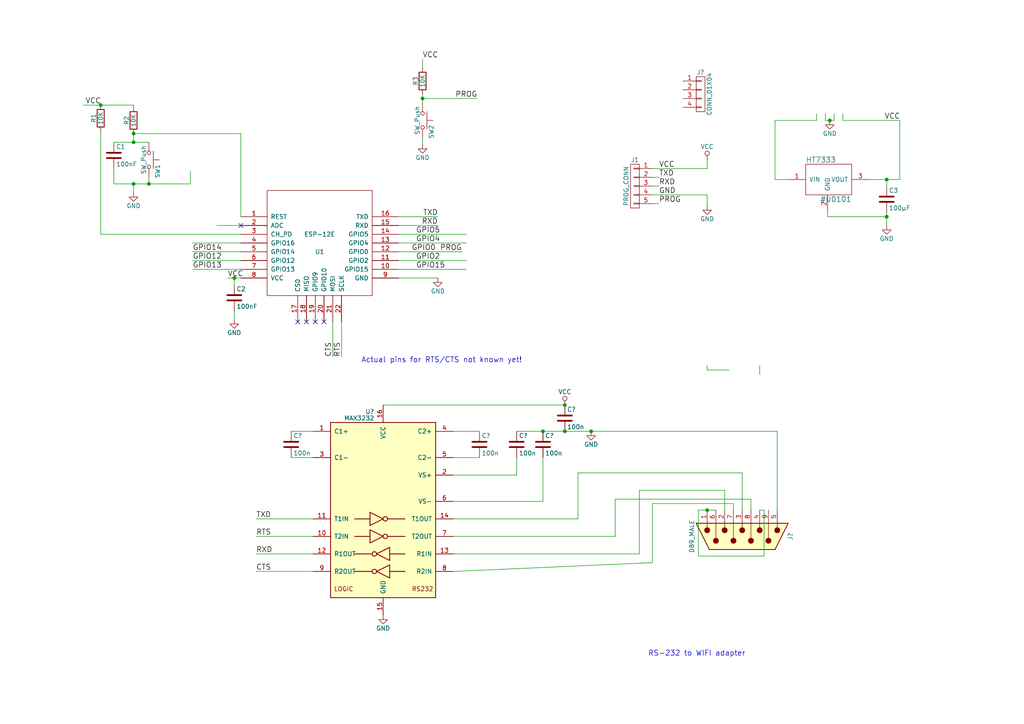
<source format=kicad_sch>
(kicad_sch (version 20230121) (generator eeschema)
  (paper "A4")
  (lib_symbols
    (symbol "ESP-RS232-rescue:C" (pin_numbers hide) (pin_names (offset 0.254))
      (property "Reference" "C" (at 0.635 2.54 0))
      (property "Value" "C" (at 0.635 -2.54 0))
      (symbol "C_0_1"
        (polyline (pts (xy -2.032 -0.762) (xy 2.032 -0.762)) (stroke (width 0.508)))
        (polyline (pts (xy -2.032 0.762) (xy 2.032 0.762)) (stroke (width 0.508)))
      )
      (symbol "C_1_1"
        (pin passive line (at 0 3.81 270) (length 2.794) (name "~") (number "1"))
        (pin passive line (at 0 -3.81 90) (length 2.794) (name "~") (number "2"))
      )
    )
    (symbol "ESP-RS232-rescue:CONN_01X04" (pin_names (offset 1.016) hide)
      (property "Reference" "J" (at 0 6.35 0))
      (property "Value" "CONN_01X04" (at 2.54 0 90))
      (symbol "CONN_01X04_0_1"
        (rectangle (start -1.27 -3.683) (end 0.254 -3.937))
        (rectangle (start -1.27 -1.143) (end 0.254 -1.397))
        (rectangle (start -1.27 1.397) (end 0.254 1.143))
        (rectangle (start -1.27 3.937) (end 0.254 3.683))
        (rectangle (start -1.27 5.08) (end 1.27 -5.08))
      )
      (symbol "CONN_01X04_1_1"
        (pin power_out line (at -5.08 3.81 0) (length 3.81) (name "P1") (number "1"))
        (pin passive line (at -5.08 1.27 0) (length 3.81) (name "P2") (number "2"))
        (pin passive line (at -5.08 -1.27 0) (length 3.81) (name "P3") (number "3"))
        (pin passive line (at -5.08 -3.81 0) (length 3.81) (name "P4") (number "4"))
      )
    )
    (symbol "ESP-RS232-rescue:DB9_MALE" (pin_names (offset 1.016) hide)
      (property "Reference" "J" (at 0 13.97 0))
      (property "Value" "DB9_MALE" (at 0 -14.605 0))
      (symbol "DB9_MALE_0_1"
        (circle (center -1.778 -10.16) (radius 0.762) (fill (type outline)))
        (circle (center -1.778 -5.08) (radius 0.762) (fill (type outline)))
        (circle (center -1.778 0) (radius 0.762) (fill (type outline)))
        (circle (center -1.778 5.08) (radius 0.762) (fill (type outline)))
        (circle (center -1.778 10.16) (radius 0.762) (fill (type outline)))
        (polyline (pts (xy -3.81 -10.16) (xy -2.54 -10.16)))
        (polyline (pts (xy -3.81 -7.62) (xy 0.508 -7.62)))
        (polyline (pts (xy -3.81 -5.08) (xy -2.54 -5.08)))
        (polyline (pts (xy -3.81 -2.54) (xy 0.508 -2.54)))
        (polyline (pts (xy -3.81 0) (xy -2.54 0)))
        (polyline (pts (xy -3.81 2.54) (xy 0.508 2.54)))
        (polyline (pts (xy -3.81 5.08) (xy -2.54 5.08)))
        (polyline (pts (xy -3.81 7.62) (xy 0.508 7.62)))
        (polyline (pts (xy -3.81 10.16) (xy -2.54 10.16)))
        (polyline (pts (xy -3.81 -13.335) (xy -3.81 13.335) (xy 3.81 9.525) (xy 3.81 -9.525) (xy -3.81 -13.335)) (stroke (width 0.254)) (fill (type background)))
        (circle (center 1.27 -7.62) (radius 0.762) (fill (type outline)))
        (circle (center 1.27 -2.54) (radius 0.762) (fill (type outline)))
        (circle (center 1.27 2.54) (radius 0.762) (fill (type outline)))
        (circle (center 1.27 7.62) (radius 0.762) (fill (type outline)))
      )
      (symbol "DB9_MALE_1_1"
        (pin passive line (at -7.62 -10.16 0) (length 3.81) (name "1") (number "1"))
        (pin passive line (at -7.62 -5.08 0) (length 3.81) (name "2") (number "2"))
        (pin passive line (at -7.62 0 0) (length 3.81) (name "3") (number "3"))
        (pin passive line (at -7.62 5.08 0) (length 3.81) (name "4") (number "4"))
        (pin passive line (at -7.62 10.16 0) (length 3.81) (name "5") (number "5"))
        (pin passive line (at -7.62 -7.62 0) (length 3.81) (name "6") (number "6"))
        (pin passive line (at -7.62 -2.54 0) (length 3.81) (name "7") (number "7"))
        (pin passive line (at -7.62 2.54 0) (length 3.81) (name "8") (number "8"))
        (pin passive line (at -7.62 7.62 0) (length 3.81) (name "9") (number "9"))
      )
    )
    (symbol "ESP-RS232-rescue:GND" (power) (pin_names (offset 0))
      (property "Value" "GND" (at 0 -3.81 0))
      (symbol "GND_0_1"
        (polyline (pts (xy 0 0) (xy 0 -1.27) (xy 1.27 -1.27) (xy 0 -2.54) (xy -1.27 -1.27) (xy 0 -1.27)))
      )
      (symbol "GND_1_1"
        (pin power_in line (at 0 0 270) (length 0) hide (name "GND") (number "1"))
      )
    )
    (symbol "ESP-RS232-rescue:MAX3232" (pin_names (offset 1.016))
      (property "Reference" "U" (at -2.54 28.575 0))
      (property "Value" "MAX3232" (at -2.54 26.67 0))
      (symbol "MAX3232_0_0"
        (text "LOGIC" (at -11.43 -22.86 0) (effects (font (size 1.27 1.27))))
        (text "RS232" (at 11.43 -22.86 0) (effects (font (size 1.27 1.27))))
      )
      (symbol "MAX3232_0_1"
        (rectangle (start -15.24 -25.4) (end 15.24 25.4) (stroke (width 0.254)) (fill (type background)))
        (circle (center -2.54 -17.78) (radius 0.635) (stroke (width 0.254)))
        (circle (center -2.54 -12.7) (radius 0.635) (stroke (width 0.254)))
        (polyline (pts (xy -3.81 -7.62) (xy -8.255 -7.62)) (stroke (width 0.254)))
        (polyline (pts (xy -3.81 -2.54) (xy -8.255 -2.54)) (stroke (width 0.254)))
        (polyline (pts (xy -3.175 -17.78) (xy -8.255 -17.78)) (stroke (width 0.254)))
        (polyline (pts (xy -3.175 -12.7) (xy -8.255 -12.7)) (stroke (width 0.254)))
        (polyline (pts (xy 1.27 -7.62) (xy 6.35 -7.62)) (stroke (width 0.254)))
        (polyline (pts (xy 1.27 -2.54) (xy 6.35 -2.54)) (stroke (width 0.254)))
        (polyline (pts (xy 1.905 -17.78) (xy 6.35 -17.78)) (stroke (width 0.254)))
        (polyline (pts (xy 1.905 -12.7) (xy 6.35 -12.7)) (stroke (width 0.254)))
        (polyline (pts (xy -3.81 -5.715) (xy -3.81 -9.525) (xy 0 -7.62) (xy -3.81 -5.715)) (stroke (width 0.254)))
        (polyline (pts (xy -3.81 -0.635) (xy -3.81 -4.445) (xy 0 -2.54) (xy -3.81 -0.635)) (stroke (width 0.254)))
        (polyline (pts (xy 1.905 -15.875) (xy 1.905 -19.685) (xy -1.905 -17.78) (xy 1.905 -15.875)) (stroke (width 0.254)))
        (polyline (pts (xy 1.905 -10.795) (xy 1.905 -14.605) (xy -1.905 -12.7) (xy 1.905 -10.795)) (stroke (width 0.254)))
        (circle (center 0.635 -7.62) (radius 0.635) (stroke (width 0.254)))
        (circle (center 0.635 -2.54) (radius 0.635) (stroke (width 0.254)))
      )
      (symbol "MAX3232_1_1"
        (pin passive line (at -20.32 22.86 0) (length 5.08) (name "C1+") (number "1"))
        (pin input line (at -20.32 -7.62 0) (length 5.08) (name "T2IN") (number "10"))
        (pin input line (at -20.32 -2.54 0) (length 5.08) (name "T1IN") (number "11"))
        (pin output line (at -20.32 -12.7 0) (length 5.08) (name "R1OUT") (number "12"))
        (pin input line (at 20.32 -12.7 180) (length 5.08) (name "R1IN") (number "13"))
        (pin output line (at 20.32 -2.54 180) (length 5.08) (name "T1OUT") (number "14"))
        (pin power_in line (at 0 -30.48 90) (length 5.08) (name "GND") (number "15"))
        (pin power_in line (at 0 30.48 270) (length 5.08) (name "VCC") (number "16"))
        (pin power_out line (at 20.32 10.16 180) (length 5.08) (name "VS+") (number "2"))
        (pin passive line (at -20.32 15.24 0) (length 5.08) (name "C1-") (number "3"))
        (pin passive line (at 20.32 22.86 180) (length 5.08) (name "C2+") (number "4"))
        (pin passive line (at 20.32 15.24 180) (length 5.08) (name "C2-") (number "5"))
        (pin power_out line (at 20.32 2.54 180) (length 5.08) (name "VS-") (number "6"))
        (pin output line (at 20.32 -7.62 180) (length 5.08) (name "T2OUT") (number "7"))
        (pin input line (at 20.32 -17.78 180) (length 5.08) (name "R2IN") (number "8"))
        (pin output line (at -20.32 -17.78 0) (length 5.08) (name "R2OUT") (number "9"))
      )
    )
    (symbol "ESP-RS232-rescue:R" (pin_numbers hide) (pin_names (offset 0))
      (property "Reference" "R" (at 2.032 0 90))
      (property "Value" "R" (at 0 0 90))
      (symbol "R_0_1"
        (rectangle (start -1.016 -2.54) (end 1.016 2.54) (stroke (width 0.254)))
      )
      (symbol "R_1_1"
        (pin passive line (at 0 3.81 270) (length 1.27) (name "~") (number "1"))
        (pin passive line (at 0 -3.81 90) (length 1.27) (name "~") (number "2"))
      )
    )
    (symbol "ESP-RS232-rescue:SW_Push" (pin_numbers hide) (pin_names (offset 1.016) hide)
      (property "Reference" "SW" (at 1.27 2.54 0))
      (property "Value" "SW_Push" (at 0 -1.524 0))
      (symbol "SW_Push_0_1"
        (circle (center -2.032 0) (radius 0.508))
        (polyline (pts (xy 0 1.27) (xy 0 3.048)))
        (polyline (pts (xy 2.54 1.27) (xy -2.54 1.27)))
        (circle (center 2.032 0) (radius 0.508))
        (pin passive line (at -5.08 0 0) (length 2.54) (name "1") (number "1"))
        (pin passive line (at 5.08 0 180) (length 2.54) (name "2") (number "2"))
      )
    )
    (symbol "ESP-RS232-rescue:VCC" (power) (pin_names (offset 0))
      (property "Value" "VCC" (at 0 3.81 0))
      (symbol "VCC_0_1"
        (polyline (pts (xy 0 0) (xy 0 1.27)))
        (circle (center 0 1.905) (radius 0.635))
      )
      (symbol "VCC_1_1"
        (pin power_in line (at 0 0 90) (length 0) hide (name "VCC") (number "1"))
      )
    )
    (symbol "ESP-RS232:HT7333" (power) (pin_names (offset 1.016))
      (property "Reference" "U" (at 6.985 -5.715 0))
      (property "Value" "HT7333" (at -1.905 5.715 0))
      (symbol "HT7333_0_1"
        (rectangle (start -6.35 4.445) (end 6.985 -4.445))
      )
      (symbol "HT7333_1_1"
        (pin power_in line (at -11.43 0 0) (length 5.08) (name "VIN") (number "1"))
        (pin passive line (at 0 -9.525 90) (length 5.08) (name "GND") (number "2"))
        (pin power_out line (at 12.065 0 180) (length 5.08) (name "VOUT") (number "3"))
      )
    )
    (symbol "ESP-RS232:PROG_CONN" (pin_names (offset 1.016) hide)
      (property "Reference" "J" (at 0 7.62 0))
      (property "Value" "PROG_CONN" (at 2.54 0 90))
      (symbol "PROG_CONN_0_1"
        (rectangle (start -1.27 -4.953) (end 0.254 -5.207))
        (rectangle (start -1.27 -2.413) (end 0.254 -2.667))
        (rectangle (start -1.27 0.127) (end 0.254 -0.127))
        (rectangle (start -1.27 2.667) (end 0.254 2.413))
        (rectangle (start -1.27 5.207) (end 0.254 4.953))
        (rectangle (start -1.27 6.35) (end 1.27 -6.35))
      )
      (symbol "PROG_CONN_1_1"
        (pin passive line (at -5.08 5.08 0) (length 3.81) (name "P1") (number "1"))
        (pin input line (at -5.08 2.54 0) (length 3.81) (name "P2") (number "2"))
        (pin output line (at -5.08 0 0) (length 3.81) (name "P3") (number "3"))
        (pin power_out line (at -5.08 -2.54 0) (length 3.81) (name "P4") (number "4"))
        (pin passive line (at -5.08 -5.08 0) (length 3.81) (name "P5") (number "5"))
      )
    )
    (symbol "ESP8266:ESP-12E" (pin_names (offset 1.016))
      (property "Reference" "U" (at 0 -2.54 0))
      (property "Value" "ESP-12E" (at 0 2.54 0))
      (symbol "ESP-12E_1_0"
        (rectangle (start -15.24 -15.24) (end 15.24 15.24))
      )
      (symbol "ESP-12E_1_1"
        (pin input line (at -22.86 7.62 0) (length 7.62) (name "REST") (number "1"))
        (pin bidirectional line (at 22.86 -7.62 180) (length 7.62) (name "GPIO15") (number "10"))
        (pin bidirectional line (at 22.86 -5.08 180) (length 7.62) (name "GPIO2") (number "11"))
        (pin bidirectional line (at 22.86 -2.54 180) (length 7.62) (name "GPIO0") (number "12"))
        (pin bidirectional line (at 22.86 0 180) (length 7.62) (name "GPIO4") (number "13"))
        (pin bidirectional line (at 22.86 2.54 180) (length 7.62) (name "GPIO5") (number "14"))
        (pin input line (at 22.86 5.08 180) (length 7.62) (name "RXD") (number "15"))
        (pin output line (at 22.86 7.62 180) (length 7.62) (name "TXD") (number "16"))
        (pin bidirectional line (at -6.35 -22.86 90) (length 7.62) (name "CS0") (number "17"))
        (pin bidirectional line (at -3.81 -22.86 90) (length 7.62) (name "MISO") (number "18"))
        (pin bidirectional line (at -1.27 -22.86 90) (length 7.62) (name "GPIO9") (number "19"))
        (pin passive line (at -22.86 5.08 0) (length 7.62) (name "ADC") (number "2"))
        (pin bidirectional line (at 1.27 -22.86 90) (length 7.62) (name "GPIO10") (number "20"))
        (pin bidirectional line (at 3.81 -22.86 90) (length 7.62) (name "MOSI") (number "21"))
        (pin bidirectional line (at 6.35 -22.86 90) (length 7.62) (name "SCLK") (number "22"))
        (pin input line (at -22.86 2.54 0) (length 7.62) (name "CH_PD") (number "3"))
        (pin bidirectional line (at -22.86 0 0) (length 7.62) (name "GPIO16") (number "4"))
        (pin bidirectional line (at -22.86 -2.54 0) (length 7.62) (name "GPIO14") (number "5"))
        (pin bidirectional line (at -22.86 -5.08 0) (length 7.62) (name "GPIO12") (number "6"))
        (pin bidirectional line (at -22.86 -7.62 0) (length 7.62) (name "GPIO13") (number "7"))
        (pin power_in line (at -22.86 -10.16 0) (length 7.62) (name "VCC") (number "8"))
        (pin power_in line (at 22.86 -10.16 180) (length 7.62) (name "GND") (number "9"))
      )
    )
  )
  (junction (at 29.21 30.48))
  (junction (at 43.18 53.34))
  (junction (at 171.45 125.095))
  (junction (at 122.555 28.575))
  (junction (at 240.665 34.925))
  (junction (at 38.735 41.275))
  (junction (at 257.175 52.07))
  (junction (at 163.83 117.475))
  (junction (at 38.735 38.735))
  (junction (at 163.83 125.095))
  (junction (at 205.105 147.955))
  (junction (at 67.945 80.645))
  (junction (at 157.48 125.095))
  (junction (at 257.175 62.865))
  (junction (at 38.735 53.34))
  (no_connect (at 69.85 65.405))
  (no_connect (at 93.98 93.345))
  (no_connect (at 91.44 93.345))
  (no_connect (at 86.36 93.345))
  (no_connect (at 88.9 93.345))
  (wire (pts (xy 189.23 56.515) (xy 205.105 56.515)))
  (wire (pts (xy 157.48 125.095) (xy 163.83 125.095)))
  (wire (pts (xy 241.935 34.925) (xy 241.935 33.02)))
  (wire (pts (xy 111.125 117.475) (xy 163.83 117.475)))
  (wire (pts (xy 244.475 33.02) (xy 244.475 34.925)))
  (wire (pts (xy 205.105 107.315) (xy 205.105 106.045)))
  (wire (pts (xy 115.57 62.865) (xy 127 62.865)))
  (wire (pts (xy 69.85 38.735) (xy 69.85 62.865)))
  (wire (pts (xy 221.615 147.955) (xy 221.615 161.29)))
  (wire (pts (xy 167.64 150.495) (xy 131.445 150.495)))
  (wire (pts (xy 122.555 40.005) (xy 122.555 41.91)))
  (wire (pts (xy 260.985 34.925) (xy 260.985 52.07)))
  (wire (pts (xy 240.665 34.925) (xy 241.935 34.925)))
  (wire (pts (xy 220.345 147.955) (xy 221.615 147.955)))
  (wire (pts (xy 171.45 125.095) (xy 225.425 125.095)))
  (wire (pts (xy 115.57 75.565) (xy 135.255 75.565)))
  (wire (pts (xy 66.04 80.645) (xy 67.945 80.645)))
  (wire (pts (xy 205.105 56.515) (xy 205.105 59.69)))
  (wire (pts (xy 90.805 155.575) (xy 74.295 155.575)))
  (wire (pts (xy 257.175 61.595) (xy 257.175 62.865)))
  (wire (pts (xy 131.445 137.795) (xy 149.86 137.795)))
  (wire (pts (xy 90.805 160.655) (xy 74.295 160.655)))
  (wire (pts (xy 33.02 41.275) (xy 38.735 41.275)))
  (wire (pts (xy 189.23 59.055) (xy 191.135 59.055)))
  (wire (pts (xy 90.805 150.495) (xy 74.295 150.495)))
  (wire (pts (xy 115.57 67.945) (xy 135.255 67.945)))
  (wire (pts (xy 257.175 62.865) (xy 257.175 65.405)))
  (wire (pts (xy 99.06 93.345) (xy 99.06 103.505)))
  (wire (pts (xy 29.21 38.1) (xy 29.21 67.945)))
  (wire (pts (xy 224.79 52.07) (xy 228.6 52.07)))
  (wire (pts (xy 131.445 132.715) (xy 139.065 132.715)))
  (wire (pts (xy 240.03 62.865) (xy 257.175 62.865)))
  (wire (pts (xy 38.735 41.275) (xy 43.18 41.275)))
  (wire (pts (xy 55.245 53.34) (xy 55.245 49.53)))
  (wire (pts (xy 149.86 125.095) (xy 157.48 125.095)))
  (wire (pts (xy 167.64 137.16) (xy 167.64 150.495)))
  (wire (pts (xy 257.175 52.07) (xy 252.095 52.07)))
  (wire (pts (xy 244.475 34.925) (xy 260.985 34.925)))
  (wire (pts (xy 202.565 147.955) (xy 205.105 147.955)))
  (wire (pts (xy 236.855 34.925) (xy 236.855 33.02)))
  (wire (pts (xy 212.725 147.955) (xy 212.725 146.05)))
  (wire (pts (xy 178.435 155.575) (xy 178.435 144.78)))
  (wire (pts (xy 115.57 73.025) (xy 133.985 73.025)))
  (wire (pts (xy 189.23 163.195) (xy 131.445 165.735)))
  (wire (pts (xy 122.555 28.575) (xy 122.555 29.845)))
  (wire (pts (xy 43.18 53.34) (xy 43.18 51.435)))
  (wire (pts (xy 38.735 30.48) (xy 38.735 31.115)))
  (wire (pts (xy 67.945 80.645) (xy 69.85 80.645)))
  (wire (pts (xy 33.02 53.34) (xy 38.735 53.34)))
  (wire (pts (xy 163.83 125.095) (xy 171.45 125.095)))
  (wire (pts (xy 215.265 137.16) (xy 215.265 147.955)))
  (wire (pts (xy 115.57 80.645) (xy 127 80.645)))
  (wire (pts (xy 157.48 132.715) (xy 157.48 145.415)))
  (wire (pts (xy 96.52 93.345) (xy 96.52 103.505)))
  (wire (pts (xy 220.345 108.585) (xy 220.345 106.045)))
  (wire (pts (xy 115.57 65.405) (xy 127 65.405)))
  (wire (pts (xy 131.445 125.095) (xy 139.065 125.095)))
  (wire (pts (xy 69.85 73.025) (xy 55.88 73.025)))
  (wire (pts (xy 38.735 53.34) (xy 38.735 55.88)))
  (wire (pts (xy 202.565 161.29) (xy 202.565 147.955)))
  (wire (pts (xy 239.395 34.925) (xy 240.665 34.925)))
  (wire (pts (xy 217.805 144.78) (xy 217.805 147.955)))
  (wire (pts (xy 33.02 48.895) (xy 33.02 53.34)))
  (wire (pts (xy 257.175 52.07) (xy 257.175 53.975)))
  (wire (pts (xy 167.64 137.16) (xy 215.265 137.16)))
  (wire (pts (xy 205.105 48.895) (xy 205.105 46.355)))
  (wire (pts (xy 189.23 53.975) (xy 191.135 53.975)))
  (wire (pts (xy 211.455 107.315) (xy 205.105 107.315)))
  (wire (pts (xy 131.445 155.575) (xy 178.435 155.575)))
  (wire (pts (xy 189.23 48.895) (xy 205.105 48.895)))
  (wire (pts (xy 84.455 125.095) (xy 90.805 125.095)))
  (wire (pts (xy 115.57 78.105) (xy 135.255 78.105)))
  (wire (pts (xy 189.23 146.05) (xy 189.23 163.195)))
  (wire (pts (xy 122.555 27.305) (xy 122.555 28.575)))
  (wire (pts (xy 210.185 142.24) (xy 185.42 142.24)))
  (wire (pts (xy 224.79 34.925) (xy 224.79 52.07)))
  (wire (pts (xy 69.85 70.485) (xy 55.88 70.485)))
  (wire (pts (xy 69.85 78.105) (xy 55.88 78.105)))
  (wire (pts (xy 157.48 145.415) (xy 131.445 145.415)))
  (wire (pts (xy 24.13 30.48) (xy 29.21 30.48)))
  (wire (pts (xy 67.945 80.645) (xy 67.945 82.55)))
  (wire (pts (xy 225.425 125.095) (xy 225.425 147.955)))
  (wire (pts (xy 84.455 132.715) (xy 90.805 132.715)))
  (wire (pts (xy 29.21 67.945) (xy 69.85 67.945)))
  (wire (pts (xy 38.735 38.735) (xy 69.85 38.735)))
  (wire (pts (xy 43.18 53.34) (xy 55.245 53.34)))
  (wire (pts (xy 69.85 75.565) (xy 55.88 75.565)))
  (wire (pts (xy 90.805 165.735) (xy 74.295 165.735)))
  (wire (pts (xy 115.57 70.485) (xy 135.255 70.485)))
  (wire (pts (xy 185.42 160.655) (xy 131.445 160.655)))
  (wire (pts (xy 62.865 65.405) (xy 69.85 65.405)))
  (wire (pts (xy 38.735 53.34) (xy 43.18 53.34)))
  (wire (pts (xy 221.615 161.29) (xy 202.565 161.29)))
  (wire (pts (xy 240.03 61.595) (xy 240.03 62.865)))
  (wire (pts (xy 29.21 30.48) (xy 38.735 30.48)))
  (wire (pts (xy 149.86 137.795) (xy 149.86 132.715)))
  (wire (pts (xy 205.105 147.955) (xy 207.645 147.955)))
  (wire (pts (xy 38.735 41.275) (xy 38.735 38.735)))
  (wire (pts (xy 210.185 142.24) (xy 210.185 147.955)))
  (wire (pts (xy 212.725 146.05) (xy 189.23 146.05)))
  (wire (pts (xy 189.23 51.435) (xy 191.135 51.435)))
  (wire (pts (xy 122.555 28.575) (xy 138.43 28.575)))
  (wire (pts (xy 185.42 142.24) (xy 185.42 160.655)))
  (wire (pts (xy 224.79 34.925) (xy 236.855 34.925)))
  (wire (pts (xy 239.395 33.02) (xy 239.395 34.925)))
  (wire (pts (xy 178.435 144.78) (xy 217.805 144.78)))
  (wire (pts (xy 260.985 52.07) (xy 257.175 52.07)))
  (wire (pts (xy 122.555 19.685) (xy 122.555 17.145)))
  (wire (pts (xy 67.945 90.17) (xy 67.945 92.71)))
  (text "RS-232 to WIFI adapter" (at 187.96 190.5 0) (effects (font (size 1.524 1.524)) (justify left bottom)))
  (text "Actual pins for RTS/CTS not known yet!" (at 104.775 105.41 0) (effects (font (size 1.524 1.524)) (justify left bottom)))
  (label "GPIO14" (at 55.88 73.025 0) (effects (font (size 1.524 1.524))))
  (label "PROG" (at 133.985 73.025 180) (effects (font (size 1.524 1.524))))
  (label "CTS" (at 74.295 165.735 0) (effects (font (size 1.524 1.524))))
  (label "GPIO13" (at 55.88 78.105 0) (effects (font (size 1.524 1.524))))
  (label "VCC" (at 66.04 80.645 0) (effects (font (size 1.524 1.524))))
  (label "VCC" (at 24.765 30.48 0) (effects (font (size 1.524 1.524))))
  (label "RXD" (at 127 65.405 180) (effects (font (size 1.524 1.524))))
  (label "PROG" (at 191.135 59.055 0) (effects (font (size 1.524 1.524))))
  (label "GPIO5" (at 120.65 67.945 0) (effects (font (size 1.524 1.524))))
  (label "TXD" (at 191.135 51.435 0) (effects (font (size 1.524 1.524))))
  (label "RTS" (at 99.06 103.505 90) (effects (font (size 1.524 1.524))))
  (label "RXD" (at 191.135 53.975 0) (effects (font (size 1.524 1.524))))
  (label "RTS" (at 74.295 155.575 0) (effects (font (size 1.524 1.524))))
  (label "GPIO0" (at 119.38 73.025 0) (effects (font (size 1.524 1.524))))
  (label "TXD" (at 74.295 150.495 0) (effects (font (size 1.524 1.524))))
  (label "VCC" (at 256.54 34.925 0) (effects (font (size 1.524 1.524))))
  (label "VCC" (at 122.555 17.145 0) (effects (font (size 1.524 1.524))))
  (label "GPIO2" (at 120.65 75.565 0) (effects (font (size 1.524 1.524))))
  (label "PROG" (at 138.43 28.575 180) (effects (font (size 1.524 1.524))))
  (label "GPIO15" (at 120.65 78.105 0) (effects (font (size 1.524 1.524))))
  (label "TXD" (at 127 62.865 180) (effects (font (size 1.524 1.524))))
  (label "CTS" (at 96.52 103.505 90) (effects (font (size 1.524 1.524))))
  (label "RXD" (at 74.295 160.655 0) (effects (font (size 1.524 1.524))))
  (label "GPIO12" (at 55.88 75.565 0) (effects (font (size 1.524 1.524))))
  (label "VCC" (at 191.135 48.895 0) (effects (font (size 1.524 1.524))))
  (label "GND" (at 191.135 56.515 0) (effects (font (size 1.524 1.524))))
  (label "GPIO4" (at 120.65 70.485 0) (effects (font (size 1.524 1.524))))
  (symbol (lib_id "ESP8266:ESP-12E") (at 92.71 70.485 0) (unit 1)
    (property "Reference" "U1" (at 92.71 73.025 0))
    (property "Value" "ESP-12E" (at 92.71 67.945 0))
  )
  (symbol (lib_id "ESP-RS232-rescue:R") (at 38.735 34.925 180) (unit 1)
    (property "Reference" "R2" (at 36.703 34.925 90))
    (property "Value" "10K" (at 38.735 34.925 90))
  )
  (symbol (lib_id "ESP-RS232-rescue:SW_Push") (at 43.18 46.355 270) (unit 1)
    (property "Reference" "SW1" (at 45.72 47.625 0) (effects (justify left)))
    (property "Value" "SW_Push" (at 41.656 46.355 0))
  )
  (symbol (lib_id "ESP-RS232-rescue:GND") (at 38.735 55.88 0) (unit 1)
    (property "Reference" "#PWR01" (effects hide))
    (property "Value" "GND" (at 38.735 59.69 0))
  )
  (symbol (lib_id "ESP-RS232-rescue:R") (at 29.21 34.29 180) (unit 1)
    (property "Reference" "R1" (at 27.178 34.29 90))
    (property "Value" "10K" (at 29.21 34.29 90))
  )
  (symbol (lib_id "ESP-RS232-rescue:C") (at 257.175 57.785 0) (unit 1)
    (property "Reference" "C3" (at 257.81 55.245 0) (effects (justify left)))
    (property "Value" "100µF" (at 257.81 60.325 0) (effects (justify left)))
  )
  (symbol (lib_id "ESP-RS232-rescue:GND") (at 257.175 65.405 0) (unit 1)
    (property "Reference" "#PWR02" (effects hide))
    (property "Value" "GND" (at 257.175 69.215 0))
  )
  (symbol (lib_id "ESP-RS232-rescue:GND") (at 205.105 59.69 0) (unit 1)
    (property "Reference" "#PWR03" (effects hide))
    (property "Value" "GND" (at 205.105 63.5 0))
  )
  (symbol (lib_id "ESP-RS232-rescue:C") (at 33.02 45.085 0) (unit 1)
    (property "Reference" "C1" (at 33.655 42.545 0) (effects (justify left)))
    (property "Value" "100nF" (at 33.655 47.625 0) (effects (justify left)))
  )
  (symbol (lib_id "ESP-RS232-rescue:R") (at 122.555 23.495 180) (unit 1)
    (property "Reference" "R3" (at 120.523 23.495 90))
    (property "Value" "10K" (at 122.555 23.495 90))
  )
  (symbol (lib_id "ESP-RS232-rescue:SW_Push") (at 122.555 34.925 270) (unit 1)
    (property "Reference" "SW2" (at 125.095 36.195 0) (effects (justify left)))
    (property "Value" "SW_Push" (at 121.031 34.925 0))
  )
  (symbol (lib_id "ESP-RS232-rescue:GND") (at 122.555 41.91 0) (unit 1)
    (property "Reference" "#PWR04" (effects hide))
    (property "Value" "GND" (at 122.555 45.72 0))
  )
  (symbol (lib_id "ESP-RS232-rescue:VCC") (at 205.105 46.355 0) (unit 1)
    (property "Reference" "#PWR05" (effects hide))
    (property "Value" "VCC" (at 205.105 42.545 0))
  )
  (symbol (lib_id "ESP-RS232-rescue:GND") (at 127 80.645 0) (unit 1)
    (property "Reference" "#PWR06" (effects hide))
    (property "Value" "GND" (at 127 84.455 0))
  )
  (symbol (lib_id "ESP-RS232:PROG_CONN") (at 184.15 53.975 0) (mirror y) (unit 1)
    (property "Reference" "J1" (at 184.15 46.355 0))
    (property "Value" "PROG_CONN" (at 181.61 53.975 90))
  )
  (symbol (lib_id "ESP-RS232-rescue:GND") (at 240.665 34.925 0) (unit 1)
    (property "Reference" "#PWR08" (effects hide))
    (property "Value" "GND" (at 240.665 38.735 0))
  )
  (symbol (lib_id "ESP-RS232-rescue:GND") (at 67.945 92.71 0) (unit 1)
    (property "Reference" "#PWR09" (effects hide))
    (property "Value" "GND" (at 67.945 96.52 0))
  )
  (symbol (lib_id "ESP-RS232-rescue:C") (at 67.945 86.36 0) (unit 1)
    (property "Reference" "C2" (at 68.58 83.82 0) (effects (justify left)))
    (property "Value" "100nF" (at 68.58 88.9 0) (effects (justify left)))
  )
  (symbol (lib_id "CONN_01X04-RESCUE-ESP-RS232") (at 240.665 27.94 90) (unit 1)
    (property "Reference" "J4" (at 234.315 27.94 0))
    (property "Value" "+5V  GND  +3.3V" (at 240.665 25.4 90))
  )
  (symbol (lib_id "ESP-RS232-rescue:CONN_01X04") (at 203.2 27.305 0) (unit 1)
    (property "Reference" "J?" (at 203.2 20.955 0))
    (property "Value" "CONN_01X04" (at 205.74 27.305 90))
  )
  (symbol (lib_id "ESP-RS232:HT7333") (at 240.03 52.07 0) (unit 1)
    (property "Reference" "U?" (at 247.015 57.785 0) (effects (font (size 1.524 1.524)) (justify right)))
    (property "Value" "HT7333" (at 238.125 46.355 0) (effects (font (size 1.524 1.524))))
  )
  (symbol (lib_id "ESP-RS232-rescue:MAX3232") (at 111.125 147.955 0) (unit 1)
    (property "Reference" "U?" (at 108.585 119.38 0) (effects (justify right)))
    (property "Value" "MAX3232" (at 108.585 121.285 0) (effects (justify right)))
  )
  (symbol (lib_id "ESP-RS232-rescue:DB9_MALE") (at 215.265 155.575 270) (unit 1)
    (property "Reference" "J?" (at 229.235 155.575 0))
    (property "Value" "DB9_MALE" (at 200.66 155.575 0))
  )
  (symbol (lib_id "ESP-RS232-rescue:C") (at 84.455 128.905 0) (unit 1)
    (property "Reference" "C?" (at 85.09 126.365 0) (effects (justify left)))
    (property "Value" "100n" (at 85.09 131.445 0) (effects (justify left)))
  )
  (symbol (lib_id "ESP-RS232-rescue:C") (at 139.065 128.905 0) (unit 1)
    (property "Reference" "C?" (at 139.7 126.365 0) (effects (justify left)))
    (property "Value" "100n" (at 139.7 131.445 0) (effects (justify left)))
  )
  (symbol (lib_id "ESP-RS232-rescue:C") (at 149.86 128.905 0) (unit 1)
    (property "Reference" "C?" (at 150.495 126.365 0) (effects (justify left)))
    (property "Value" "100n" (at 150.495 131.445 0) (effects (justify left)))
  )
  (symbol (lib_id "ESP-RS232-rescue:C") (at 157.48 128.905 0) (unit 1)
    (property "Reference" "C?" (at 158.115 126.365 0) (effects (justify left)))
    (property "Value" "100n" (at 158.115 131.445 0) (effects (justify left)))
  )
  (symbol (lib_id "ESP-RS232-rescue:GND") (at 171.45 125.095 0) (unit 1)
    (property "Reference" "#PWR?" (effects hide))
    (property "Value" "GND" (at 171.45 128.905 0))
  )
  (symbol (lib_id "ESP-RS232-rescue:C") (at 163.83 121.285 0) (unit 1)
    (property "Reference" "C?" (at 164.465 118.745 0) (effects (justify left)))
    (property "Value" "100n" (at 164.465 123.825 0) (effects (justify left)))
  )
  (symbol (lib_id "ESP-RS232-rescue:GND") (at 111.125 178.435 0) (unit 1)
    (property "Reference" "#PWR?" (effects hide))
    (property "Value" "GND" (at 111.125 182.245 0))
  )
  (symbol (lib_id "ESP-RS232-rescue:VCC") (at 163.83 117.475 0) (unit 1)
    (property "Reference" "#PWR?" (effects hide))
    (property "Value" "VCC" (at 163.83 113.665 0))
  )
)
</source>
